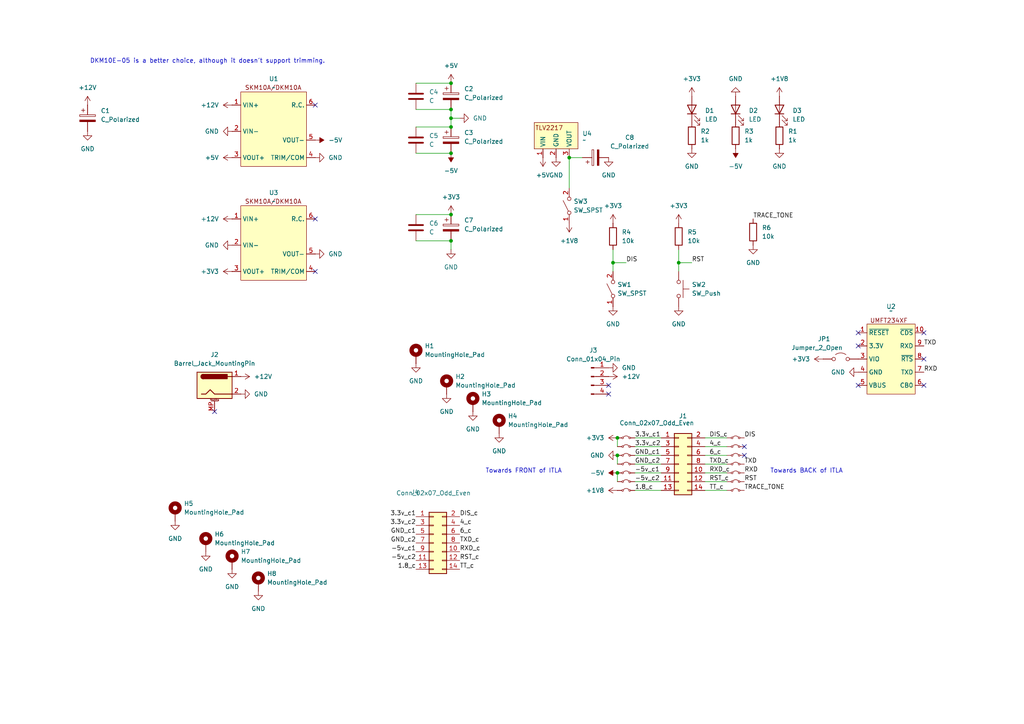
<source format=kicad_sch>
(kicad_sch (version 20231120) (generator "eeschema") (generator_version "8.0")
  (paper "A4")
  (lib_symbols
    (symbol "Connector:Barrel_Jack_MountingPin" (pin_names hide)
      (property "Reference" "J" (at 0 5.334 0))
      (property "Value" "Barrel_Jack_MountingPin" (at 1.27 -6.35 0))
      (symbol "Barrel_Jack_MountingPin_0_1"
        (rectangle (start -5.08 3.81) (end 5.08 -3.81) (stroke (width 0.254)) (fill (type background)))
        (arc (start -3.302 3.175) (mid -3.9343 2.54) (end -3.302 1.905) (stroke (width 0.254)))
        (arc (start -3.302 3.175) (mid -3.9343 2.54) (end -3.302 1.905) (stroke (width 0.254)) (fill (type outline)))
        (polyline (pts (xy 5.08 2.54) (xy 3.81 2.54)) (stroke (width 0.254)))
        (polyline (pts (xy -3.81 -2.54) (xy -2.54 -2.54) (xy -1.27 -1.27) (xy 0 -2.54) (xy 2.54 -2.54) (xy 5.08 -2.54)) (stroke (width 0.254)))
        (rectangle (start 3.683 3.175) (end -3.302 1.905) (stroke (width 0.254)) (fill (type outline)))
      )
      (symbol "Barrel_Jack_MountingPin_1_1"
        (polyline (pts (xy -1.016 -4.572) (xy 1.016 -4.572)) (stroke (width 0.1524)))
        (text "Mounting" (at 0 -4.191 0) (effects (font (size 0.381 0.381))))
        (pin passive line (at 7.62 2.54 180) (length 2.54) (name "~") (number "1"))
        (pin passive line (at 7.62 -2.54 180) (length 2.54) (name "~") (number "2"))
        (pin passive line (at 0 -7.62 90) (length 3.048) (name "MountPin") (number "MP"))
      )
    )
    (symbol "Connector:Conn_01x04_Pin" (pin_names (offset 1.016) hide)
      (property "Reference" "J" (at 0 5.08 0))
      (property "Value" "Conn_01x04_Pin" (at 0 -7.62 0))
      (symbol "Conn_01x04_Pin_1_1"
        (polyline (pts (xy 1.27 -5.08) (xy 0.8636 -5.08)) (stroke (width 0.1524)))
        (polyline (pts (xy 1.27 -2.54) (xy 0.8636 -2.54)) (stroke (width 0.1524)))
        (polyline (pts (xy 1.27 0) (xy 0.8636 0)) (stroke (width 0.1524)))
        (polyline (pts (xy 1.27 2.54) (xy 0.8636 2.54)) (stroke (width 0.1524)))
        (rectangle (start 0.8636 -4.953) (end 0 -5.207) (stroke (width 0.1524)) (fill (type outline)))
        (rectangle (start 0.8636 -2.413) (end 0 -2.667) (stroke (width 0.1524)) (fill (type outline)))
        (rectangle (start 0.8636 0.127) (end 0 -0.127) (stroke (width 0.1524)) (fill (type outline)))
        (rectangle (start 0.8636 2.667) (end 0 2.413) (stroke (width 0.1524)) (fill (type outline)))
        (pin passive line (at 5.08 2.54 180) (length 3.81) (name "Pin_1") (number "1"))
        (pin passive line (at 5.08 0 180) (length 3.81) (name "Pin_2") (number "2"))
        (pin passive line (at 5.08 -2.54 180) (length 3.81) (name "Pin_3") (number "3"))
        (pin passive line (at 5.08 -5.08 180) (length 3.81) (name "Pin_4") (number "4"))
      )
    )
    (symbol "Connector_Generic:Conn_02x07_Odd_Even" (pin_names (offset 1.016) hide)
      (property "Reference" "J" (at 1.27 10.16 0))
      (property "Value" "Conn_02x07_Odd_Even" (at 1.27 -10.16 0))
      (symbol "Conn_02x07_Odd_Even_1_1"
        (rectangle (start -1.27 -7.493) (end 0 -7.747) (stroke (width 0.1524)))
        (rectangle (start -1.27 -4.953) (end 0 -5.207) (stroke (width 0.1524)))
        (rectangle (start -1.27 -2.413) (end 0 -2.667) (stroke (width 0.1524)))
        (rectangle (start -1.27 0.127) (end 0 -0.127) (stroke (width 0.1524)))
        (rectangle (start -1.27 2.667) (end 0 2.413) (stroke (width 0.1524)))
        (rectangle (start -1.27 5.207) (end 0 4.953) (stroke (width 0.1524)))
        (rectangle (start -1.27 7.747) (end 0 7.493) (stroke (width 0.1524)))
        (rectangle (start -1.27 8.89) (end 3.81 -8.89) (stroke (width 0.254)) (fill (type background)))
        (rectangle (start 3.81 -7.493) (end 2.54 -7.747) (stroke (width 0.1524)))
        (rectangle (start 3.81 -4.953) (end 2.54 -5.207) (stroke (width 0.1524)))
        (rectangle (start 3.81 -2.413) (end 2.54 -2.667) (stroke (width 0.1524)))
        (rectangle (start 3.81 0.127) (end 2.54 -0.127) (stroke (width 0.1524)))
        (rectangle (start 3.81 2.667) (end 2.54 2.413) (stroke (width 0.1524)))
        (rectangle (start 3.81 5.207) (end 2.54 4.953) (stroke (width 0.1524)))
        (rectangle (start 3.81 7.747) (end 2.54 7.493) (stroke (width 0.1524)))
        (pin passive line (at -5.08 7.62 0) (length 3.81) (name "Pin_1") (number "1"))
        (pin passive line (at 7.62 -2.54 180) (length 3.81) (name "Pin_10") (number "10"))
        (pin passive line (at -5.08 -5.08 0) (length 3.81) (name "Pin_11") (number "11"))
        (pin passive line (at 7.62 -5.08 180) (length 3.81) (name "Pin_12") (number "12"))
        (pin passive line (at -5.08 -7.62 0) (length 3.81) (name "Pin_13") (number "13"))
        (pin passive line (at 7.62 -7.62 180) (length 3.81) (name "Pin_14") (number "14"))
        (pin passive line (at 7.62 7.62 180) (length 3.81) (name "Pin_2") (number "2"))
        (pin passive line (at -5.08 5.08 0) (length 3.81) (name "Pin_3") (number "3"))
        (pin passive line (at 7.62 5.08 180) (length 3.81) (name "Pin_4") (number "4"))
        (pin passive line (at -5.08 2.54 0) (length 3.81) (name "Pin_5") (number "5"))
        (pin passive line (at 7.62 2.54 180) (length 3.81) (name "Pin_6") (number "6"))
        (pin passive line (at -5.08 0 0) (length 3.81) (name "Pin_7") (number "7"))
        (pin passive line (at 7.62 0 180) (length 3.81) (name "Pin_8") (number "8"))
        (pin passive line (at -5.08 -2.54 0) (length 3.81) (name "Pin_9") (number "9"))
      )
    )
    (symbol "Device:C" (pin_numbers hide) (pin_names (offset 0.254))
      (property "Reference" "C" (at 0.635 2.54 0))
      (property "Value" "C" (at 0.635 -2.54 0))
      (symbol "C_0_1"
        (polyline (pts (xy -2.032 -0.762) (xy 2.032 -0.762)) (stroke (width 0.508)))
        (polyline (pts (xy -2.032 0.762) (xy 2.032 0.762)) (stroke (width 0.508)))
      )
      (symbol "C_1_1"
        (pin passive line (at 0 3.81 270) (length 2.794) (name "~") (number "1"))
        (pin passive line (at 0 -3.81 90) (length 2.794) (name "~") (number "2"))
      )
    )
    (symbol "Device:C_Polarized" (pin_numbers hide) (pin_names (offset 0.254))
      (property "Reference" "C" (at 0.635 2.54 0))
      (property "Value" "C_Polarized" (at 0.635 -2.54 0))
      (symbol "C_Polarized_0_1"
        (rectangle (start -2.286 0.508) (end 2.286 1.016))
        (polyline (pts (xy -1.778 2.286) (xy -0.762 2.286)))
        (polyline (pts (xy -1.27 2.794) (xy -1.27 1.778)))
        (rectangle (start 2.286 -0.508) (end -2.286 -1.016) (fill (type outline)))
      )
      (symbol "C_Polarized_1_1"
        (pin passive line (at 0 3.81 270) (length 2.794) (name "~") (number "1"))
        (pin passive line (at 0 -3.81 90) (length 2.794) (name "~") (number "2"))
      )
    )
    (symbol "Device:LED" (pin_numbers hide) (pin_names (offset 1.016) hide)
      (property "Reference" "D" (at 0 2.54 0))
      (property "Value" "LED" (at 0 -2.54 0))
      (symbol "LED_0_1"
        (polyline (pts (xy -1.27 -1.27) (xy -1.27 1.27)) (stroke (width 0.254)))
        (polyline (pts (xy -1.27 0) (xy 1.27 0)))
        (polyline (pts (xy 1.27 -1.27) (xy 1.27 1.27) (xy -1.27 0) (xy 1.27 -1.27)) (stroke (width 0.254)))
        (polyline (pts (xy -3.048 -0.762) (xy -4.572 -2.286) (xy -3.81 -2.286) (xy -4.572 -2.286) (xy -4.572 -1.524)))
        (polyline (pts (xy -1.778 -0.762) (xy -3.302 -2.286) (xy -2.54 -2.286) (xy -3.302 -2.286) (xy -3.302 -1.524)))
      )
      (symbol "LED_1_1"
        (pin passive line (at -3.81 0 0) (length 2.54) (name "K") (number "1"))
        (pin passive line (at 3.81 0 180) (length 2.54) (name "A") (number "2"))
      )
    )
    (symbol "Device:R" (pin_numbers hide) (pin_names (offset 0))
      (property "Reference" "R" (at 2.032 0 90))
      (property "Value" "R" (at 0 0 90))
      (symbol "R_0_1"
        (rectangle (start -1.016 -2.54) (end 1.016 2.54) (stroke (width 0.254)))
      )
      (symbol "R_1_1"
        (pin passive line (at 0 3.81 270) (length 1.27) (name "~") (number "1"))
        (pin passive line (at 0 -3.81 90) (length 1.27) (name "~") (number "2"))
      )
    )
    (symbol "Jumper:Jumper_2_Open" (pin_numbers hide) (pin_names (offset 0) hide) (exclude_from_sim yes)
      (property "Reference" "JP" (at 0 2.794 0))
      (property "Value" "Jumper_2_Open" (at 0 -2.286 0))
      (symbol "Jumper_2_Open_0_0"
        (circle (center -2.032 0) (radius 0.508))
        (circle (center 2.032 0) (radius 0.508))
      )
      (symbol "Jumper_2_Open_0_1"
        (arc (start 1.524 1.27) (mid 0 1.778) (end -1.524 1.27))
      )
      (symbol "Jumper_2_Open_1_1"
        (pin passive line (at -5.08 0 0) (length 2.54) (name "A") (number "1"))
        (pin passive line (at 5.08 0 180) (length 2.54) (name "B") (number "2"))
      )
    )
    (symbol "Jumper:Jumper_2_Small_Bridged" (pin_numbers hide) (pin_names (offset 0) hide) (exclude_from_sim yes)
      (property "Reference" "JP" (at 0 2.032 0))
      (property "Value" "Jumper_2_Small_Bridged" (at 0 -2.286 0))
      (symbol "Jumper_2_Small_Bridged_0_0"
        (circle (center -1.016 0) (radius 0.254))
        (circle (center 1.016 0) (radius 0.254))
      )
      (symbol "Jumper_2_Small_Bridged_0_1"
        (arc (start 0.762 0.254) (mid 0 0.5696) (end -0.762 0.254))
      )
      (symbol "Jumper_2_Small_Bridged_1_1"
        (pin passive line (at -2.54 0 0) (length 1.27) (name "A") (number "1"))
        (pin passive line (at 2.54 0 180) (length 1.27) (name "B") (number "2"))
      )
    )
    (symbol "Mechanical:MountingHole_Pad" (pin_numbers hide) (pin_names (offset 1.016) hide) (exclude_from_sim yes) (in_bom no)
      (property "Reference" "H" (at 0 6.35 0))
      (property "Value" "MountingHole_Pad" (at 0 4.445 0))
      (symbol "MountingHole_Pad_0_1"
        (circle (center 0 1.27) (radius 1.27) (stroke (width 1.27)))
      )
      (symbol "MountingHole_Pad_1_1"
        (pin input line (at 0 -2.54 90) (length 2.54) (name "1") (number "1"))
      )
    )
    (symbol "Switch:SW_Push" (pin_numbers hide) (pin_names (offset 1.016) hide)
      (property "Reference" "SW" (at 1.27 2.54 0))
      (property "Value" "SW_Push" (at 0 -1.524 0))
      (symbol "SW_Push_0_1"
        (circle (center -2.032 0) (radius 0.508))
        (polyline (pts (xy 0 1.27) (xy 0 3.048)))
        (polyline (pts (xy 2.54 1.27) (xy -2.54 1.27)))
        (circle (center 2.032 0) (radius 0.508))
        (pin passive line (at -5.08 0 0) (length 2.54) (name "1") (number "1"))
        (pin passive line (at 5.08 0 180) (length 2.54) (name "2") (number "2"))
      )
    )
    (symbol "Switch:SW_SPST" (pin_names (offset 0) hide)
      (property "Reference" "SW" (at 0 3.175 0))
      (property "Value" "SW_SPST" (at 0 -2.54 0))
      (symbol "SW_SPST_0_0"
        (circle (center -2.032 0) (radius 0.508))
        (polyline (pts (xy -1.524 0.254) (xy 1.524 1.778)))
        (circle (center 2.032 0) (radius 0.508))
      )
      (symbol "SW_SPST_1_1"
        (pin passive line (at -5.08 0 0) (length 2.54) (name "A") (number "1"))
        (pin passive line (at 5.08 0 180) (length 2.54) (name "B") (number "2"))
      )
    )
    (symbol "power:+12V" (power) (pin_numbers hide) (pin_names (offset 0) hide)
      (property "Value" "+12V" (at 0 3.556 0))
      (symbol "+12V_0_1"
        (polyline (pts (xy -0.762 1.27) (xy 0 2.54)))
        (polyline (pts (xy 0 0) (xy 0 2.54)))
        (polyline (pts (xy 0 2.54) (xy 0.762 1.27)))
      )
      (symbol "+12V_1_1"
        (pin power_in line (at 0 0 90) (length 0) (name "~") (number "1"))
      )
    )
    (symbol "power:+1V8" (power) (pin_numbers hide) (pin_names (offset 0) hide)
      (property "Value" "+1V8" (at 0 3.556 0))
      (symbol "+1V8_0_1"
        (polyline (pts (xy -0.762 1.27) (xy 0 2.54)))
        (polyline (pts (xy 0 0) (xy 0 2.54)))
        (polyline (pts (xy 0 2.54) (xy 0.762 1.27)))
      )
      (symbol "+1V8_1_1"
        (pin power_in line (at 0 0 90) (length 0) (name "~") (number "1"))
      )
    )
    (symbol "power:+3V3" (power) (pin_numbers hide) (pin_names (offset 0) hide)
      (property "Value" "+3V3" (at 0 3.556 0))
      (symbol "+3V3_0_1"
        (polyline (pts (xy -0.762 1.27) (xy 0 2.54)))
        (polyline (pts (xy 0 0) (xy 0 2.54)))
        (polyline (pts (xy 0 2.54) (xy 0.762 1.27)))
      )
      (symbol "+3V3_1_1"
        (pin power_in line (at 0 0 90) (length 0) (name "~") (number "1"))
      )
    )
    (symbol "power:+5V" (power) (pin_numbers hide) (pin_names (offset 0) hide)
      (property "Value" "+5V" (at 0 3.556 0))
      (symbol "+5V_0_1"
        (polyline (pts (xy -0.762 1.27) (xy 0 2.54)))
        (polyline (pts (xy 0 0) (xy 0 2.54)))
        (polyline (pts (xy 0 2.54) (xy 0.762 1.27)))
      )
      (symbol "+5V_1_1"
        (pin power_in line (at 0 0 90) (length 0) (name "~") (number "1"))
      )
    )
    (symbol "power:-5V" (power) (pin_numbers hide) (pin_names (offset 0) hide)
      (property "Value" "-5V" (at 0 3.556 0))
      (symbol "-5V_0_0"
        (pin power_in line (at 0 0 90) (length 0) (name "~") (number "1"))
      )
      (symbol "-5V_0_1"
        (polyline (pts (xy 0 0) (xy 0 1.27) (xy 0.762 1.27) (xy 0 2.54) (xy -0.762 1.27) (xy 0 1.27)) (fill (type outline)))
      )
    )
    (symbol "power:GND" (power) (pin_numbers hide) (pin_names (offset 0) hide)
      (property "Value" "GND" (at 0 -3.81 0))
      (symbol "GND_0_1"
        (polyline (pts (xy 0 0) (xy 0 -1.27) (xy 1.27 -1.27) (xy 0 -2.54) (xy -1.27 -1.27) (xy 0 -1.27)))
      )
      (symbol "GND_1_1"
        (pin power_in line (at 0 0 270) (length 0) (name "~") (number "1"))
      )
    )
    (symbol "powersupplies:SKM10A-03"
      (property "Reference" "U" (at -0.762 12.7 0))
      (symbol "SKM10A-03_1_1"
        (rectangle (start -10.16 8.89) (end 8.89 -12.7) (fill (type background)))
        (text "SKM10A/DKM10A" (at -0.762 10.16 0) (effects (font (size 1.27 1.27))))
        (pin input line (at -12.7 5.08 0) (length 2.54) (name "VIN+") (number "1"))
        (pin input line (at -12.7 -2.54 0) (length 2.54) (name "VIN-") (number "2"))
        (pin input line (at -12.7 -10.16 0) (length 2.54) (name "VOUT+") (number "3"))
        (pin input line (at 11.43 -10.16 180) (length 2.54) (name "TRIM/COM") (number "4"))
        (pin input line (at 11.43 -5.08 180) (length 2.54) (name "VOUT-") (number "5"))
        (pin input line (at 11.43 5.08 180) (length 2.54) (name "R.C.") (number "6"))
      )
    )
    (symbol "powersupplies:TLV2217"
      (property "Reference" "U" (at 0 6.858 0))
      (symbol "TLV2217_1_1"
        (rectangle (start -6.35 5.08) (end 6.35 -2.54) (fill (type background)))
        (text "TLV2217" (at -2.032 3.556 0) (effects (font (size 1.27 1.27))))
        (pin input line (at -3.81 -5.08 90) (length 2.54) (name "VIN") (number "1"))
        (pin input line (at 0 -5.08 90) (length 2.54) (name "GND") (number "2"))
        (pin input line (at 3.81 -5.08 90) (length 2.54) (name "VOUT") (number "3"))
      )
    )
    (symbol "powersupplies:UMFT234XF"
      (property "Reference" "U" (at 0 20.828 0))
      (symbol "UMFT234XF_1_1"
        (rectangle (start -6.35 17.78) (end 7.62 -2.54) (fill (type background)))
        (text "UMFT234XF" (at 0 18.796 0) (effects (font (size 1.27 1.27))))
        (pin input line (at -8.89 15.24 0) (length 2.54) (name "~{RESET}") (number "1"))
        (pin output line (at 10.16 15.24 180) (length 2.54) (name "~{CDS}") (number "10"))
        (pin power_out line (at -8.89 11.43 0) (length 2.54) (name "3.3V") (number "2"))
        (pin input line (at -8.89 7.62 0) (length 2.54) (name "VIO") (number "3"))
        (pin power_in line (at -8.89 3.81 0) (length 2.54) (name "GND") (number "4"))
        (pin power_out line (at -8.89 0 0) (length 2.54) (name "VBUS") (number "5"))
        (pin bidirectional line (at 10.16 0 180) (length 2.54) (name "CB0") (number "6"))
        (pin output line (at 10.16 3.81 180) (length 2.54) (name "TXD") (number "7"))
        (pin output line (at 10.16 7.62 180) (length 2.54) (name "~{RTS}") (number "8"))
        (pin input line (at 10.16 11.43 180) (length 2.54) (name "RXD") (number "9"))
      )
    )
  )
  (junction (at 130.81 31.75))
  (junction (at 130.81 62.23))
  (junction (at 130.81 34.29))
  (junction (at 196.85 76.2))
  (junction (at 177.8 76.2))
  (junction (at 130.81 24.13))
  (junction (at 130.81 44.45))
  (junction (at 179.07 132.08))
  (junction (at 130.81 36.83))
  (junction (at 165.1 45.72))
  (junction (at 130.81 69.85))
  (junction (at 179.07 127))
  (junction (at 179.07 137.16))
  (no_connect (at 215.9 129.54))
  (no_connect (at 91.44 63.5))
  (no_connect (at 176.53 111.76))
  (no_connect (at 62.23 119.38))
  (no_connect (at 267.97 104.14))
  (no_connect (at 248.92 111.76))
  (no_connect (at 267.97 96.52))
  (no_connect (at 215.9 132.08))
  (no_connect (at 91.44 30.48))
  (no_connect (at 248.92 96.52))
  (no_connect (at 176.53 114.3))
  (no_connect (at 248.92 100.33))
  (no_connect (at 267.97 111.76))
  (no_connect (at 91.44 78.74))
  (wire (pts (xy 191.77 129.54) (xy 184.15 129.54)))
  (wire (pts (xy 120.65 24.13) (xy 130.81 24.13)))
  (wire (pts (xy 210.82 142.24) (xy 204.47 142.24)))
  (wire (pts (xy 191.77 139.7) (xy 184.15 139.7)))
  (wire (pts (xy 210.82 129.54) (xy 204.47 129.54)))
  (wire (pts (xy 179.07 127) (xy 179.07 129.54)))
  (wire (pts (xy 130.81 69.85) (xy 130.81 72.39)))
  (wire (pts (xy 196.85 76.2) (xy 200.66 76.2)))
  (wire (pts (xy 179.07 132.08) (xy 179.07 134.62)))
  (wire (pts (xy 196.85 78.74) (xy 196.85 76.2)))
  (wire (pts (xy 177.8 78.74) (xy 177.8 76.2)))
  (wire (pts (xy 179.07 137.16) (xy 179.07 139.7)))
  (wire (pts (xy 210.82 134.62) (xy 204.47 134.62)))
  (wire (pts (xy 120.65 31.75) (xy 130.81 31.75)))
  (wire (pts (xy 210.82 137.16) (xy 204.47 137.16)))
  (wire (pts (xy 168.91 45.72) (xy 165.1 45.72)))
  (wire (pts (xy 130.81 34.29) (xy 133.35 34.29)))
  (wire (pts (xy 120.65 62.23) (xy 130.81 62.23)))
  (wire (pts (xy 210.82 127) (xy 204.47 127)))
  (wire (pts (xy 120.65 69.85) (xy 130.81 69.85)))
  (wire (pts (xy 130.81 34.29) (xy 130.81 36.83)))
  (wire (pts (xy 165.1 45.72) (xy 165.1 54.61)))
  (wire (pts (xy 191.77 127) (xy 184.15 127)))
  (wire (pts (xy 191.77 137.16) (xy 184.15 137.16)))
  (wire (pts (xy 210.82 132.08) (xy 204.47 132.08)))
  (wire (pts (xy 210.82 139.7) (xy 204.47 139.7)))
  (wire (pts (xy 191.77 142.24) (xy 184.15 142.24)))
  (wire (pts (xy 177.8 76.2) (xy 181.61 76.2)))
  (wire (pts (xy 177.8 76.2) (xy 177.8 72.39)))
  (wire (pts (xy 196.85 76.2) (xy 196.85 72.39)))
  (wire (pts (xy 120.65 44.45) (xy 130.81 44.45)))
  (wire (pts (xy 130.81 31.75) (xy 130.81 34.29)))
  (wire (pts (xy 120.65 36.83) (xy 130.81 36.83)))
  (wire (pts (xy 191.77 134.62) (xy 184.15 134.62)))
  (wire (pts (xy 191.77 132.08) (xy 184.15 132.08)))
  (text "Towards FRONT of ITLA" (at 151.892 136.652 0) (effects (font (size 1.27 1.27))))
  (text "DKM10E-05 is a better choice, although it doesn't support trimming.\n" (at 60.198 17.78 0) (effects (font (size 1.27 1.27))))
  (text "Towards BACK of ITLA" (at 233.934 136.652 0) (effects (font (size 1.27 1.27))))
  (label "GND_c1" (at 120.65 154.94 180))
  (label "GND_c2" (at 120.65 157.48 180))
  (label "RXD" (at 215.9 137.16 0))
  (label "TXD_c" (at 133.35 157.48 0))
  (label "TRACE_TONE" (at 218.44 63.5 0))
  (label "TT_c" (at 133.35 165.1 0))
  (label "TRACE_TONE" (at 215.9 142.24 0))
  (label "-5v_c2" (at 120.65 162.56 180))
  (label "3.3v_c2" (at 184.15 129.54 0))
  (label "DIS_c" (at 133.35 149.86 0))
  (label "6_c" (at 205.74 132.08 0))
  (label "-5v_c2" (at 184.15 139.7 0))
  (label "4_c" (at 133.35 152.4 0))
  (label "RXD_c" (at 133.35 160.02 0))
  (label "TT_c" (at 205.74 142.24 0))
  (label "RST_c" (at 133.35 162.56 0))
  (label "3.3v_c1" (at 120.65 149.86 180))
  (label "DIS" (at 181.61 76.2 0))
  (label "6_c" (at 133.35 154.94 0))
  (label "GND_c1" (at 184.15 132.08 0))
  (label "3.3v_c1" (at 184.15 127 0))
  (label "-5v_c1" (at 120.65 160.02 180))
  (label "1.8_c" (at 184.15 142.24 0))
  (label "1.8_c" (at 120.65 165.1 180))
  (label "TXD" (at 215.9 134.62 0))
  (label "3.3v_c2" (at 120.65 152.4 180))
  (label "RXD" (at 267.97 107.95 0))
  (label "RXD_c" (at 205.74 137.16 0))
  (label "4_c" (at 205.74 129.54 0))
  (label "RST_c" (at 205.74 139.7 0))
  (label "DIS_c" (at 205.74 127 0))
  (label "RST" (at 215.9 139.7 0))
  (label "RST" (at 200.66 76.2 0))
  (label "DIS" (at 215.9 127 0))
  (label "-5v_c1" (at 184.15 137.16 0))
  (label "TXD" (at 267.97 100.33 0))
  (label "GND_c2" (at 184.15 134.62 0))
  (label "TXD_c" (at 205.74 134.62 0))
  (symbol (lib_id "power:GND") (at 129.54 114.3 0) (unit 1)
    (property "Reference" "#PWR035" (effects (hide yes)))
    (property "Value" "GND" (at 129.54 119.38 0))
    (property "Description" "Power symbol creates a global label with name \"GND\" , ground" (effects (hide yes)))
  )
  (symbol (lib_id "power:-5V") (at 130.81 44.45 180) (unit 1)
    (property "Reference" "#PWR010" (effects (hide yes)))
    (property "Value" "-5V" (at 130.81 49.53 0))
    (property "Description" "Power symbol creates a global label with name \"-5V\"" (effects (hide yes)))
  )
  (symbol (lib_id "power:GND") (at 218.44 71.12 0) (unit 1)
    (property "Reference" "#PWR029" (effects (hide yes)))
    (property "Value" "GND" (at 218.44 76.2 0))
    (property "Description" "Power symbol creates a global label with name \"GND\" , ground" (effects (hide yes)))
  )
  (symbol (lib_id "power:+3V3") (at 179.07 127 90) (unit 1)
    (property "Reference" "#PWR026" (effects (hide yes)))
    (property "Value" "+3V3" (at 175.26 126.9999 90) (effects (justify left)))
    (property "Description" "Power symbol creates a global label with name \"+3V3\"" (effects (hide yes)))
  )
  (symbol (lib_id "powersupplies:UMFT234XF") (at 257.81 111.76 0) (unit 1)
    (property "Reference" "U2" (at 258.445 88.9 0))
    (property "Value" "~" (at 258.445 90.17 0))
    (property "Footprint" "SKM10:UMFT234XF" (effects (hide yes)))
  )
  (symbol (lib_id "Jumper:Jumper_2_Small_Bridged") (at 181.61 134.62 0) (unit 1) (exclude_from_sim yes)
    (property "Reference" "JP12" (effects (hide yes)))
    (property "Value" "Jumper_2_Small_Bridged" (effects (hide yes)))
    (property "Footprint" "Jumper:SolderJumper-2_P1.3mm_Bridged_Pad1.0x1.5mm" (effects (hide yes)))
    (property "Description" "Jumper, 2-pole, small symbol, bridged" (effects (hide yes)))
  )
  (symbol (lib_id "Device:C_Polarized") (at 130.81 66.04 0) (unit 1)
    (property "Reference" "C7" (at 134.62 63.8809 0) (effects (justify left)))
    (property "Value" "C_Polarized" (at 134.62 66.4209 0) (effects (justify left)))
    (property "Footprint" "Capacitor_THT:CP_Radial_D12.5mm_P5.00mm" (effects (hide yes)))
    (property "Description" "Polarized capacitor" (effects (hide yes)))
  )
  (symbol (lib_id "powersupplies:TLV2217") (at 161.29 40.64 0) (unit 1)
    (property "Reference" "U4" (at 168.91 38.7349 0) (effects (justify left)))
    (property "Value" "~" (at 168.91 40.64 0) (effects (justify left)))
    (property "Footprint" "Package_TO_SOT_THT:TO-220-3_Vertical" (effects (hide yes)))
  )
  (symbol (lib_id "power:GND") (at 50.8 151.13 0) (unit 1)
    (property "Reference" "#PWR08" (effects (hide yes)))
    (property "Value" "GND" (at 50.8 156.21 0))
    (property "Description" "Power symbol creates a global label with name \"GND\" , ground" (effects (hide yes)))
  )
  (symbol (lib_id "power:GND") (at 161.29 45.72 0) (unit 1)
    (property "Reference" "#PWR043" (effects (hide yes)))
    (property "Value" "GND" (at 161.29 50.8 0))
    (property "Description" "Power symbol creates a global label with name \"GND\" , ground" (effects (hide yes)))
  )
  (symbol (lib_id "Connector:Conn_01x04_Pin") (at 171.45 109.22 0) (unit 1)
    (property "Reference" "J3" (at 172.085 101.6 0))
    (property "Value" "Conn_01x04_Pin" (at 172.085 104.14 0))
    (property "Footprint" "Connector_PinHeader_2.54mm:PinHeader_1x04_P2.54mm_Vertical" (effects (hide yes)))
    (property "Description" "Generic connector, single row, 01x04, script generated" (effects (hide yes)))
  )
  (symbol (lib_id "power:-5V") (at 179.07 137.16 90) (unit 1)
    (property "Reference" "#PWR028" (effects (hide yes)))
    (property "Value" "-5V" (at 175.26 137.1599 90) (effects (justify left)))
    (property "Description" "Power symbol creates a global label with name \"-5V\"" (effects (hide yes)))
  )
  (symbol (lib_id "Jumper:Jumper_2_Small_Bridged") (at 213.36 134.62 0) (unit 1) (exclude_from_sim yes)
    (property "Reference" "JP3" (effects (hide yes)))
    (property "Value" "Jumper_2_Small_Bridged" (effects (hide yes)))
    (property "Footprint" "Jumper:SolderJumper-2_P1.3mm_Bridged_Pad1.0x1.5mm" (effects (hide yes)))
    (property "Description" "Jumper, 2-pole, small symbol, bridged" (effects (hide yes)))
  )
  (symbol (lib_id "power:GND") (at 144.78 125.73 0) (unit 1)
    (property "Reference" "#PWR037" (effects (hide yes)))
    (property "Value" "GND" (at 144.78 130.81 0))
    (property "Description" "Power symbol creates a global label with name \"GND\" , ground" (effects (hide yes)))
  )
  (symbol (lib_id "Switch:SW_SPST") (at 165.1 59.69 90) (unit 1)
    (property "Reference" "SW3" (at 166.37 58.4199 90) (effects (justify right)))
    (property "Value" "SW_SPST" (at 166.37 60.9599 90) (effects (justify right)))
    (property "Footprint" "Button_Switch_THT:SW_E-Switch_EG1271_SPDT" (effects (hide yes)))
    (property "Description" "Single Pole Single Throw (SPST) switch" (effects (hide yes)))
  )
  (symbol (lib_id "powersupplies:SKM10A-03") (at 80.01 35.56 0) (unit 1)
    (property "Reference" "U1" (at 79.375 22.86 0))
    (property "Value" "~" (at 79.375 25.4 0))
    (property "Footprint" "SKM10:SKM10" (effects (hide yes)))
  )
  (symbol (lib_id "Jumper:Jumper_2_Small_Bridged") (at 213.36 129.54 0) (unit 1) (exclude_from_sim yes)
    (property "Reference" "JP7" (effects (hide yes)))
    (property "Value" "Jumper_2_Small_Bridged" (effects (hide yes)))
    (property "Footprint" "Jumper:SolderJumper-2_P1.3mm_Bridged_Pad1.0x1.5mm" (effects (hide yes)))
    (property "Description" "Jumper, 2-pole, small symbol, bridged" (effects (hide yes)))
  )
  (symbol (lib_id "Device:R") (at 200.66 39.37 0) (unit 1)
    (property "Reference" "R2" (at 203.2 38.0999 0) (effects (justify left)))
    (property "Value" "1k" (at 203.2 40.6399 0) (effects (justify left)))
    (property "Footprint" "Resistor_THT:R_Axial_DIN0207_L6.3mm_D2.5mm_P7.62mm_Horizontal" (effects (hide yes)))
    (property "Description" "Resistor" (effects (hide yes)))
  )
  (symbol (lib_id "power:GND") (at 179.07 132.08 270) (unit 1)
    (property "Reference" "#PWR027" (effects (hide yes)))
    (property "Value" "GND" (at 175.26 132.0799 90) (effects (justify right)))
    (property "Description" "Power symbol creates a global label with name \"GND\" , ground" (effects (hide yes)))
  )
  (symbol (lib_id "Device:R") (at 226.06 39.37 0) (unit 1)
    (property "Reference" "R1" (at 228.6 38.0999 0) (effects (justify left)))
    (property "Value" "1k" (at 228.6 40.6399 0) (effects (justify left)))
    (property "Footprint" "Resistor_THT:R_Axial_DIN0207_L6.3mm_D2.5mm_P7.62mm_Horizontal" (effects (hide yes)))
    (property "Description" "Resistor" (effects (hide yes)))
  )
  (symbol (lib_id "power:GND") (at 176.53 45.72 0) (unit 1)
    (property "Reference" "#PWR041" (effects (hide yes)))
    (property "Value" "GND" (at 176.53 50.8 0))
    (property "Description" "Power symbol creates a global label with name \"GND\" , ground" (effects (hide yes)))
  )
  (symbol (lib_id "Jumper:Jumper_2_Small_Bridged") (at 213.36 132.08 0) (unit 1) (exclude_from_sim yes)
    (property "Reference" "JP8" (effects (hide yes)))
    (property "Value" "Jumper_2_Small_Bridged" (effects (hide yes)))
    (property "Footprint" "Jumper:SolderJumper-2_P1.3mm_Bridged_Pad1.0x1.5mm" (effects (hide yes)))
    (property "Description" "Jumper, 2-pole, small symbol, bridged" (effects (hide yes)))
  )
  (symbol (lib_id "power:GND") (at 67.31 71.12 270) (unit 1)
    (property "Reference" "#PWR017" (effects (hide yes)))
    (property "Value" "GND" (at 63.5 71.1199 90) (effects (justify right)))
    (property "Description" "Power symbol creates a global label with name \"GND\" , ground" (effects (hide yes)))
  )
  (symbol (lib_id "Device:C") (at 120.65 40.64 0) (unit 1)
    (property "Reference" "C5" (at 124.46 39.3699 0) (effects (justify left)))
    (property "Value" "C" (at 124.46 41.9099 0) (effects (justify left)))
    (property "Footprint" "Capacitor_THT:C_Disc_D10.0mm_W2.5mm_P5.00mm" (effects (hide yes)))
    (property "Description" "Unpolarized capacitor" (effects (hide yes)))
  )
  (symbol (lib_id "Device:R") (at 177.8 68.58 0) (unit 1)
    (property "Reference" "R4" (at 180.34 67.3099 0) (effects (justify left)))
    (property "Value" "10k" (at 180.34 69.8499 0) (effects (justify left)))
    (property "Footprint" "Resistor_THT:R_Axial_DIN0207_L6.3mm_D2.5mm_P7.62mm_Horizontal" (effects (hide yes)))
    (property "Description" "Resistor" (effects (hide yes)))
  )
  (symbol (lib_id "power:GND") (at 25.4 38.1 0) (unit 1)
    (property "Reference" "#PWR02" (effects (hide yes)))
    (property "Value" "GND" (at 25.4 43.18 0))
    (property "Description" "Power symbol creates a global label with name \"GND\" , ground" (effects (hide yes)))
  )
  (symbol (lib_id "power:+3V3") (at 238.76 104.14 90) (unit 1)
    (property "Reference" "#PWR031" (effects (hide yes)))
    (property "Value" "+3V3" (at 234.95 104.1399 90) (effects (justify left)))
    (property "Description" "Power symbol creates a global label with name \"+3V3\"" (effects (hide yes)))
  )
  (symbol (lib_id "Jumper:Jumper_2_Small_Bridged") (at 181.61 137.16 0) (unit 1) (exclude_from_sim yes)
    (property "Reference" "JP13" (effects (hide yes)))
    (property "Value" "Jumper_2_Small_Bridged" (effects (hide yes)))
    (property "Footprint" "Jumper:SolderJumper-2_P1.3mm_Bridged_Pad1.0x1.5mm" (effects (hide yes)))
    (property "Description" "Jumper, 2-pole, small symbol, bridged" (effects (hide yes)))
  )
  (symbol (lib_id "Jumper:Jumper_2_Small_Bridged") (at 181.61 127 0) (unit 1) (exclude_from_sim yes)
    (property "Reference" "JP9" (effects (hide yes)))
    (property "Value" "Jumper_2_Small_Bridged" (effects (hide yes)))
    (property "Footprint" "Jumper:SolderJumper-2_P1.3mm_Bridged_Pad1.0x1.5mm" (effects (hide yes)))
    (property "Description" "Jumper, 2-pole, small symbol, bridged" (effects (hide yes)))
  )
  (symbol (lib_id "power:GND") (at 91.44 45.72 90) (unit 1)
    (property "Reference" "#PWR05" (effects (hide yes)))
    (property "Value" "GND" (at 95.25 45.7199 90) (effects (justify right)))
    (property "Description" "Power symbol creates a global label with name \"GND\" , ground" (effects (hide yes)))
  )
  (symbol (lib_id "Switch:SW_SPST") (at 177.8 83.82 90) (unit 1)
    (property "Reference" "SW1" (at 179.07 82.5499 90) (effects (justify right)))
    (property "Value" "SW_SPST" (at 179.07 85.0899 90) (effects (justify right)))
    (property "Footprint" "Button_Switch_THT:SW_E-Switch_EG1271_SPDT" (effects (hide yes)))
    (property "Description" "Single Pole Single Throw (SPST) switch" (effects (hide yes)))
  )
  (symbol (lib_id "Device:C") (at 120.65 27.94 0) (unit 1)
    (property "Reference" "C4" (at 124.46 26.6699 0) (effects (justify left)))
    (property "Value" "C" (at 124.46 29.2099 0) (effects (justify left)))
    (property "Footprint" "Capacitor_THT:C_Disc_D10.0mm_W2.5mm_P5.00mm" (effects (hide yes)))
    (property "Description" "Unpolarized capacitor" (effects (hide yes)))
  )
  (symbol (lib_id "Jumper:Jumper_2_Small_Bridged") (at 181.61 132.08 0) (unit 1) (exclude_from_sim yes)
    (property "Reference" "JP11" (effects (hide yes)))
    (property "Value" "Jumper_2_Small_Bridged" (effects (hide yes)))
    (property "Footprint" "Jumper:SolderJumper-2_P1.3mm_Bridged_Pad1.0x1.5mm" (effects (hide yes)))
    (property "Description" "Jumper, 2-pole, small symbol, bridged" (effects (hide yes)))
  )
  (symbol (lib_id "power:+5V") (at 67.31 45.72 90) (unit 1)
    (property "Reference" "#PWR07" (effects (hide yes)))
    (property "Value" "+5V" (at 63.5 45.7199 90) (effects (justify left)))
    (property "Description" "Power symbol creates a global label with name \"+5V\"" (effects (hide yes)))
  )
  (symbol (lib_id "power:GND") (at 213.36 27.94 180) (unit 1)
    (property "Reference" "#PWR013" (effects (hide yes)))
    (property "Value" "GND" (at 213.36 22.86 0))
    (property "Description" "Power symbol creates a global label with name \"GND\" , ground" (effects (hide yes)))
  )
  (symbol (lib_id "Device:C_Polarized") (at 130.81 40.64 0) (unit 1)
    (property "Reference" "C3" (at 134.62 38.4809 0) (effects (justify left)))
    (property "Value" "C_Polarized" (at 134.62 41.0209 0) (effects (justify left)))
    (property "Footprint" "Capacitor_THT:CP_Radial_D12.5mm_P5.00mm" (effects (hide yes)))
    (property "Description" "Polarized capacitor" (effects (hide yes)))
  )
  (symbol (lib_id "power:+3V3") (at 196.85 64.77 0) (unit 1)
    (property "Reference" "#PWR024" (effects (hide yes)))
    (property "Value" "+3V3" (at 196.85 59.69 0))
    (property "Description" "Power symbol creates a global label with name \"+3V3\"" (effects (hide yes)))
  )
  (symbol (lib_id "Mechanical:MountingHole_Pad") (at 120.65 102.87 0) (unit 1) (exclude_from_sim yes) (in_bom no)
    (property "Reference" "H1" (at 123.19 100.3299 0) (effects (justify left)))
    (property "Value" "MountingHole_Pad" (at 123.19 102.8699 0) (effects (justify left)))
    (property "Footprint" "MountingHole:MountingHole_3.2mm_M3_Pad" (effects (hide yes)))
    (property "Description" "Mounting Hole with connection" (effects (hide yes)))
  )
  (symbol (lib_id "power:GND") (at 176.53 106.68 90) (unit 1)
    (property "Reference" "#PWR038" (effects (hide yes)))
    (property "Value" "GND" (at 180.34 106.6799 90) (effects (justify right)))
    (property "Description" "Power symbol creates a global label with name \"GND\" , ground" (effects (hide yes)))
  )
  (symbol (lib_id "power:GND") (at 196.85 88.9 0) (unit 1)
    (property "Reference" "#PWR025" (effects (hide yes)))
    (property "Value" "GND" (at 196.85 93.98 0))
    (property "Description" "Power symbol creates a global label with name \"GND\" , ground" (effects (hide yes)))
  )
  (symbol (lib_id "Mechanical:MountingHole_Pad") (at 137.16 116.84 0) (unit 1) (exclude_from_sim yes) (in_bom no)
    (property "Reference" "H3" (at 139.7 114.2999 0) (effects (justify left)))
    (property "Value" "MountingHole_Pad" (at 139.7 116.8399 0) (effects (justify left)))
    (property "Footprint" "MountingHole:MountingHole_3.2mm_M3_Pad" (effects (hide yes)))
    (property "Description" "Mounting Hole with connection" (effects (hide yes)))
  )
  (symbol (lib_id "Device:C_Polarized") (at 130.81 27.94 0) (unit 1)
    (property "Reference" "C2" (at 134.62 25.7809 0) (effects (justify left)))
    (property "Value" "C_Polarized" (at 134.62 28.3209 0) (effects (justify left)))
    (property "Footprint" "Capacitor_THT:CP_Radial_D12.5mm_P5.00mm" (effects (hide yes)))
    (property "Description" "Polarized capacitor" (effects (hide yes)))
  )
  (symbol (lib_id "power:GND") (at 248.92 107.95 270) (unit 1)
    (property "Reference" "#PWR030" (effects (hide yes)))
    (property "Value" "GND" (at 245.11 107.9499 90) (effects (justify right)))
    (property "Description" "Power symbol creates a global label with name \"GND\" , ground" (effects (hide yes)))
  )
  (symbol (lib_id "power:GND") (at 133.35 34.29 90) (unit 1)
    (property "Reference" "#PWR011" (effects (hide yes)))
    (property "Value" "GND" (at 137.16 34.2899 90) (effects (justify right)))
    (property "Description" "Power symbol creates a global label with name \"GND\" , ground" (effects (hide yes)))
  )
  (symbol (lib_id "Jumper:Jumper_2_Small_Bridged") (at 181.61 129.54 0) (unit 1) (exclude_from_sim yes)
    (property "Reference" "JP10" (effects (hide yes)))
    (property "Value" "Jumper_2_Small_Bridged" (effects (hide yes)))
    (property "Footprint" "Jumper:SolderJumper-2_P1.3mm_Bridged_Pad1.0x1.5mm" (effects (hide yes)))
    (property "Description" "Jumper, 2-pole, small symbol, bridged" (effects (hide yes)))
  )
  (symbol (lib_id "power:GND") (at 69.85 114.3 90) (unit 1)
    (property "Reference" "#PWR033" (effects (hide yes)))
    (property "Value" "GND" (at 73.66 114.2999 90) (effects (justify right)))
    (property "Description" "Power symbol creates a global label with name \"GND\" , ground" (effects (hide yes)))
  )
  (symbol (lib_id "Jumper:Jumper_2_Small_Bridged") (at 181.61 142.24 0) (unit 1) (exclude_from_sim yes)
    (property "Reference" "JP15" (effects (hide yes)))
    (property "Value" "Jumper_2_Small_Bridged" (effects (hide yes)))
    (property "Footprint" "Jumper:SolderJumper-2_P1.3mm_Bridged_Pad1.0x1.5mm" (effects (hide yes)))
    (property "Description" "Jumper, 2-pole, small symbol, bridged" (effects (hide yes)))
  )
  (symbol (lib_id "Jumper:Jumper_2_Small_Bridged") (at 213.36 142.24 0) (unit 1) (exclude_from_sim yes)
    (property "Reference" "JP6" (effects (hide yes)))
    (property "Value" "Jumper_2_Small_Bridged" (effects (hide yes)))
    (property "Footprint" "Jumper:SolderJumper-2_P1.3mm_Bridged_Pad1.0x1.5mm" (effects (hide yes)))
    (property "Description" "Jumper, 2-pole, small symbol, bridged" (effects (hide yes)))
  )
  (symbol (lib_id "Device:LED") (at 226.06 31.75 90) (unit 1)
    (property "Reference" "D3" (at 229.87 32.0674 90) (effects (justify right)))
    (property "Value" "LED" (at 229.87 34.6074 90) (effects (justify right)))
    (property "Footprint" "LED_THT:LED_D5.0mm" (effects (hide yes)))
    (property "Description" "Light emitting diode" (effects (hide yes)))
  )
  (symbol (lib_id "power:GND") (at 67.31 165.1 0) (unit 1)
    (property "Reference" "#PWR046" (effects (hide yes)))
    (property "Value" "GND" (at 67.31 170.18 0))
    (property "Description" "Power symbol creates a global label with name \"GND\" , ground" (effects (hide yes)))
  )
  (symbol (lib_id "power:GND") (at 91.44 73.66 90) (unit 1)
    (property "Reference" "#PWR019" (effects (hide yes)))
    (property "Value" "GND" (at 95.25 73.6599 90) (effects (justify right)))
    (property "Description" "Power symbol creates a global label with name \"GND\" , ground" (effects (hide yes)))
  )
  (symbol (lib_id "power:GND") (at 74.93 171.45 0) (unit 1)
    (property "Reference" "#PWR049" (effects (hide yes)))
    (property "Value" "GND" (at 74.93 176.53 0))
    (property "Description" "Power symbol creates a global label with name \"GND\" , ground" (effects (hide yes)))
  )
  (symbol (lib_id "Mechanical:MountingHole_Pad") (at 59.69 157.48 0) (unit 1) (exclude_from_sim yes) (in_bom no)
    (property "Reference" "H6" (at 62.23 154.9399 0) (effects (justify left)))
    (property "Value" "MountingHole_Pad" (at 62.23 157.4799 0) (effects (justify left)))
    (property "Footprint" "MountingHole:MountingHole_3.2mm_M3_Pad" (effects (hide yes)))
    (property "Description" "Mounting Hole with connection" (effects (hide yes)))
  )
  (symbol (lib_id "Device:LED") (at 213.36 31.75 90) (unit 1)
    (property "Reference" "D2" (at 217.17 32.0674 90) (effects (justify right)))
    (property "Value" "LED" (at 217.17 34.6074 90) (effects (justify right)))
    (property "Footprint" "LED_THT:LED_D5.0mm" (effects (hide yes)))
    (property "Description" "Light emitting diode" (effects (hide yes)))
  )
  (symbol (lib_id "power:-5V") (at 91.44 40.64 270) (unit 1)
    (property "Reference" "#PWR06" (effects (hide yes)))
    (property "Value" "-5V" (at 95.25 40.6399 90) (effects (justify left)))
    (property "Description" "Power symbol creates a global label with name \"-5V\"" (effects (hide yes)))
  )
  (symbol (lib_id "Connector_Generic:Conn_02x07_Odd_Even") (at 196.85 134.62 0) (unit 1)
    (property "Reference" "J1" (at 198.12 120.65 0))
    (property "Value" "Conn_02x07_Odd_Even" (at 190.5 122.682 0))
    (property "Footprint" "Connector_PinHeader_1.00mm:PinHeader_2x07_P1.00mm_Vertical_SMD" (effects (hide yes)))
    (property "Description" "Generic connector, double row, 02x07, odd/even pin numbering scheme (row 1 odd numbers, row 2 even numbers), script generated (kicad-library-utils/schlib/autogen/connector/)" (effects (hide yes)))
  )
  (symbol (lib_id "Mechanical:MountingHole_Pad") (at 67.31 162.56 0) (unit 1) (exclude_from_sim yes) (in_bom no)
    (property "Reference" "H7" (at 69.85 160.0199 0) (effects (justify left)))
    (property "Value" "MountingHole_Pad" (at 69.85 162.5599 0) (effects (justify left)))
    (property "Footprint" "MountingHole:MountingHole_3.2mm_M3_Pad" (effects (hide yes)))
    (property "Description" "Mounting Hole with connection" (effects (hide yes)))
  )
  (symbol (lib_id "power:GND") (at 226.06 43.18 0) (unit 1)
    (property "Reference" "#PWR048" (effects (hide yes)))
    (property "Value" "GND" (at 226.06 48.26 0))
    (property "Description" "Power symbol creates a global label with name \"GND\" , ground" (effects (hide yes)))
  )
  (symbol (lib_id "Jumper:Jumper_2_Small_Bridged") (at 181.61 139.7 0) (unit 1) (exclude_from_sim yes)
    (property "Reference" "JP14" (effects (hide yes)))
    (property "Value" "Jumper_2_Small_Bridged" (effects (hide yes)))
    (property "Footprint" "Jumper:SolderJumper-2_P1.3mm_Bridged_Pad1.0x1.5mm" (effects (hide yes)))
    (property "Description" "Jumper, 2-pole, small symbol, bridged" (effects (hide yes)))
  )
  (symbol (lib_id "Jumper:Jumper_2_Small_Bridged") (at 213.36 137.16 0) (unit 1) (exclude_from_sim yes)
    (property "Reference" "JP4" (effects (hide yes)))
    (property "Value" "Jumper_2_Small_Bridged" (effects (hide yes)))
    (property "Footprint" "Jumper:SolderJumper-2_P1.3mm_Bridged_Pad1.0x1.5mm" (effects (hide yes)))
    (property "Description" "Jumper, 2-pole, small symbol, bridged" (effects (hide yes)))
  )
  (symbol (lib_id "Device:R") (at 213.36 39.37 0) (unit 1)
    (property "Reference" "R3" (at 215.9 38.0999 0) (effects (justify left)))
    (property "Value" "1k" (at 215.9 40.6399 0) (effects (justify left)))
    (property "Footprint" "Resistor_THT:R_Axial_DIN0207_L6.3mm_D2.5mm_P7.62mm_Horizontal" (effects (hide yes)))
    (property "Description" "Resistor" (effects (hide yes)))
  )
  (symbol (lib_id "Device:C_Polarized") (at 172.72 45.72 90) (unit 1)
    (property "Reference" "C8" (at 182.626 39.878 90))
    (property "Value" "C_Polarized" (at 182.626 42.418 90))
    (property "Footprint" "Capacitor_THT:CP_Radial_D12.5mm_P5.00mm" (effects (hide yes)))
    (property "Description" "Polarized capacitor" (effects (hide yes)))
  )
  (symbol (lib_id "power:GND") (at 130.81 72.39 0) (unit 1)
    (property "Reference" "#PWR021" (effects (hide yes)))
    (property "Value" "GND" (at 130.81 77.47 0))
    (property "Description" "Power symbol creates a global label with name \"GND\" , ground" (effects (hide yes)))
  )
  (symbol (lib_id "Mechanical:MountingHole_Pad") (at 50.8 148.59 0) (unit 1) (exclude_from_sim yes) (in_bom no)
    (property "Reference" "H5" (at 53.34 146.0499 0) (effects (justify left)))
    (property "Value" "MountingHole_Pad" (at 53.34 148.5899 0) (effects (justify left)))
    (property "Footprint" "MountingHole:MountingHole_3.2mm_M3_Pad" (effects (hide yes)))
    (property "Description" "Mounting Hole with connection" (effects (hide yes)))
  )
  (symbol (lib_id "power:GND") (at 67.31 38.1 270) (unit 1)
    (property "Reference" "#PWR03" (effects (hide yes)))
    (property "Value" "GND" (at 63.5 38.0999 90) (effects (justify right)))
    (property "Description" "Power symbol creates a global label with name \"GND\" , ground" (effects (hide yes)))
  )
  (symbol (lib_id "power:GND") (at 177.8 88.9 0) (unit 1)
    (property "Reference" "#PWR023" (effects (hide yes)))
    (property "Value" "GND" (at 177.8 93.98 0))
    (property "Description" "Power symbol creates a global label with name \"GND\" , ground" (effects (hide yes)))
  )
  (symbol (lib_id "Mechanical:MountingHole_Pad") (at 74.93 168.91 0) (unit 1) (exclude_from_sim yes) (in_bom no)
    (property "Reference" "H8" (at 77.47 166.3699 0) (effects (justify left)))
    (property "Value" "MountingHole_Pad" (at 77.47 168.9099 0) (effects (justify left)))
    (property "Footprint" "MountingHole:MountingHole_3.2mm_M3_Pad" (effects (hide yes)))
    (property "Description" "Mounting Hole with connection" (effects (hide yes)))
  )
  (symbol (lib_id "Device:C_Polarized") (at 25.4 34.29 0) (unit 1)
    (property "Reference" "C1" (at 29.21 32.1309 0) (effects (justify left)))
    (property "Value" "C_Polarized" (at 29.21 34.6709 0) (effects (justify left)))
    (property "Footprint" "Capacitor_THT:CP_Radial_D12.5mm_P5.00mm" (effects (hide yes)))
    (property "Description" "Polarized capacitor" (effects (hide yes)))
  )
  (symbol (lib_id "power:+3V3") (at 200.66 27.94 0) (unit 1)
    (property "Reference" "#PWR012" (effects (hide yes)))
    (property "Value" "+3V3" (at 200.66 22.86 0))
    (property "Description" "Power symbol creates a global label with name \"+3V3\"" (effects (hide yes)))
  )
  (symbol (lib_id "Device:C") (at 120.65 66.04 0) (unit 1)
    (property "Reference" "C6" (at 124.46 64.7699 0) (effects (justify left)))
    (property "Value" "C" (at 124.46 67.3099 0) (effects (justify left)))
    (property "Footprint" "Capacitor_THT:C_Disc_D10.0mm_W2.5mm_P5.00mm" (effects (hide yes)))
    (property "Description" "Unpolarized capacitor" (effects (hide yes)))
  )
  (symbol (lib_id "power:+12V") (at 25.4 30.48 0) (unit 1)
    (property "Reference" "#PWR01" (effects (hide yes)))
    (property "Value" "+12V" (at 25.4 25.4 0))
    (property "Description" "Power symbol creates a global label with name \"+12V\"" (effects (hide yes)))
  )
  (symbol (lib_id "power:+1V8") (at 226.06 27.94 0) (unit 1)
    (property "Reference" "#PWR047" (effects (hide yes)))
    (property "Value" "+1V8" (at 226.06 22.86 0))
    (property "Description" "Power symbol creates a global label with name \"+1V8\"" (effects (hide yes)))
  )
  (symbol (lib_id "Mechanical:MountingHole_Pad") (at 144.78 123.19 0) (unit 1) (exclude_from_sim yes) (in_bom no)
    (property "Reference" "H4" (at 147.32 120.6499 0) (effects (justify left)))
    (property "Value" "MountingHole_Pad" (at 147.32 123.1899 0) (effects (justify left)))
    (property "Footprint" "MountingHole:MountingHole_3.2mm_M3_Pad" (effects (hide yes)))
    (property "Description" "Mounting Hole with connection" (effects (hide yes)))
  )
  (symbol (lib_id "Mechanical:MountingHole_Pad") (at 129.54 111.76 0) (unit 1) (exclude_from_sim yes) (in_bom no)
    (property "Reference" "H2" (at 132.08 109.2199 0) (effects (justify left)))
    (property "Value" "MountingHole_Pad" (at 132.08 111.7599 0) (effects (justify left)))
    (property "Footprint" "MountingHole:MountingHole_3.2mm_M3_Pad" (effects (hide yes)))
    (property "Description" "Mounting Hole with connection" (effects (hide yes)))
  )
  (symbol (lib_id "power:GND") (at 59.69 160.02 0) (unit 1)
    (property "Reference" "#PWR045" (effects (hide yes)))
    (property "Value" "GND" (at 59.69 165.1 0))
    (property "Description" "Power symbol creates a global label with name \"GND\" , ground" (effects (hide yes)))
  )
  (symbol (lib_id "Connector_Generic:Conn_02x07_Odd_Even") (at 125.73 157.48 0) (unit 1)
    (property "Reference" "J4" (at 120.396 142.748 0))
    (property "Value" "Conn_02x07_Odd_Even" (at 125.73 143.002 0))
    (property "Footprint" "SKM10:ITLA" (effects (hide yes)))
    (property "Description" "Generic connector, double row, 02x07, odd/even pin numbering scheme (row 1 odd numbers, row 2 even numbers), script generated (kicad-library-utils/schlib/autogen/connector/)" (effects (hide yes)))
  )
  (symbol (lib_id "Device:LED") (at 200.66 31.75 90) (unit 1)
    (property "Reference" "D1" (at 204.47 32.0674 90) (effects (justify right)))
    (property "Value" "LED" (at 204.47 34.6074 90) (effects (justify right)))
    (property "Footprint" "LED_THT:LED_D5.0mm" (effects (hide yes)))
    (property "Description" "Light emitting diode" (effects (hide yes)))
  )
  (symbol (lib_id "power:-5V") (at 213.36 43.18 180) (unit 1)
    (property "Reference" "#PWR015" (effects (hide yes)))
    (property "Value" "-5V" (at 213.36 48.26 0))
    (property "Description" "Power symbol creates a global label with name \"-5V\"" (effects (hide yes)))
  )
  (symbol (lib_id "power:+3V3") (at 67.31 78.74 90) (unit 1)
    (property "Reference" "#PWR020" (effects (hide yes)))
    (property "Value" "+3V3" (at 63.5 78.7399 90) (effects (justify left)))
    (property "Description" "Power symbol creates a global label with name \"+3V3\"" (effects (hide yes)))
  )
  (symbol (lib_id "power:GND") (at 120.65 105.41 0) (unit 1)
    (property "Reference" "#PWR034" (effects (hide yes)))
    (property "Value" "GND" (at 120.65 110.49 0))
    (property "Description" "Power symbol creates a global label with name \"GND\" , ground" (effects (hide yes)))
  )
  (symbol (lib_id "Jumper:Jumper_2_Small_Bridged") (at 213.36 127 0) (unit 1) (exclude_from_sim yes)
    (property "Reference" "JP2" (effects (hide yes)))
    (property "Value" "Jumper_2_Small_Bridged" (effects (hide yes)))
    (property "Footprint" "Jumper:SolderJumper-2_P1.3mm_Bridged_Pad1.0x1.5mm" (effects (hide yes)))
    (property "Description" "Jumper, 2-pole, small symbol, bridged" (effects (hide yes)))
  )
  (symbol (lib_id "powersupplies:SKM10A-03") (at 80.01 68.58 0) (unit 1)
    (property "Reference" "U3" (at 79.375 55.88 0))
    (property "Value" "~" (at 79.375 58.42 0))
    (property "Footprint" "SKM10:SKM10" (effects (hide yes)))
  )
  (symbol (lib_id "power:+3V3") (at 177.8 64.77 0) (unit 1)
    (property "Reference" "#PWR022" (effects (hide yes)))
    (property "Value" "+3V3" (at 177.8 59.69 0))
    (property "Description" "Power symbol creates a global label with name \"+3V3\"" (effects (hide yes)))
  )
  (symbol (lib_id "power:+12V") (at 67.31 30.48 90) (unit 1)
    (property "Reference" "#PWR04" (effects (hide yes)))
    (property "Value" "+12V" (at 63.5 30.4799 90) (effects (justify left)))
    (property "Description" "Power symbol creates a global label with name \"+12V\"" (effects (hide yes)))
  )
  (symbol (lib_id "Jumper:Jumper_2_Open") (at 243.84 104.14 0) (unit 1) (exclude_from_sim yes)
    (property "Reference" "JP1" (at 239.014 98.298 0))
    (property "Value" "Jumper_2_Open" (at 236.982 100.838 0))
    (property "Footprint" "Jumper:SolderJumper-2_P1.3mm_Open_Pad1.0x1.5mm" (effects (hide yes)))
    (property "Description" "Jumper, 2-pole, open" (effects (hide yes)))
  )
  (symbol (lib_id "power:+5V") (at 130.81 24.13 0) (unit 1)
    (property "Reference" "#PWR09" (effects (hide yes)))
    (property "Value" "+5V" (at 130.81 19.05 0))
    (property "Description" "Power symbol creates a global label with name \"+5V\"" (effects (hide yes)))
  )
  (symbol (lib_id "Jumper:Jumper_2_Small_Bridged") (at 213.36 139.7 0) (unit 1) (exclude_from_sim yes)
    (property "Reference" "JP5" (effects (hide yes)))
    (property "Value" "Jumper_2_Small_Bridged" (effects (hide yes)))
    (property "Footprint" "Jumper:SolderJumper-2_P1.3mm_Bridged_Pad1.0x1.5mm" (effects (hide yes)))
    (property "Description" "Jumper, 2-pole, small symbol, bridged" (effects (hide yes)))
  )
  (symbol (lib_id "power:GND") (at 200.66 43.18 0) (unit 1)
    (property "Reference" "#PWR014" (effects (hide yes)))
    (property "Value" "GND" (at 200.66 48.26 0))
    (property "Description" "Power symbol creates a global label with name \"GND\" , ground" (effects (hide yes)))
  )
  (symbol (lib_id "Connector:Barrel_Jack_MountingPin") (at 62.23 111.76 0) (unit 1)
    (property "Reference" "J2" (at 62.23 102.87 0))
    (property "Value" "Barrel_Jack_MountingPin" (at 62.23 105.41 0))
    (property "Footprint" "Connector_BarrelJack:BarrelJack_CUI_PJ-063AH_Horizontal" (effects (hide yes)))
    (property "Description" "DC Barrel Jack with a mounting pin" (effects (hide yes)))
  )
  (symbol (lib_id "power:+5V") (at 157.48 45.72 180) (unit 1)
    (property "Reference" "#PWR042" (effects (hide yes)))
    (property "Value" "+5V" (at 157.48 50.8 0))
    (property "Description" "Power symbol creates a global label with name \"+5V\"" (effects (hide yes)))
  )
  (symbol (lib_id "Device:R") (at 218.44 67.31 0) (unit 1)
    (property "Reference" "R6" (at 220.98 66.0399 0) (effects (justify left)))
    (property "Value" "10k" (at 220.98 68.5799 0) (effects (justify left)))
    (property "Footprint" "Resistor_THT:R_Axial_DIN0207_L6.3mm_D2.5mm_P7.62mm_Horizontal" (effects (hide yes)))
    (property "Description" "Resistor" (effects (hide yes)))
  )
  (symbol (lib_id "power:+12V") (at 176.53 109.22 270) (unit 1)
    (property "Reference" "#PWR039" (effects (hide yes)))
    (property "Value" "+12V" (at 180.34 109.2199 90) (effects (justify left)))
    (property "Description" "Power symbol creates a global label with name \"+12V\"" (effects (hide yes)))
  )
  (symbol (lib_id "power:+3V3") (at 130.81 62.23 0) (unit 1)
    (property "Reference" "#PWR016" (effects (hide yes)))
    (property "Value" "+3V3" (at 130.81 57.15 0))
    (property "Description" "Power symbol creates a global label with name \"+3V3\"" (effects (hide yes)))
  )
  (symbol (lib_id "power:GND") (at 137.16 119.38 0) (unit 1)
    (property "Reference" "#PWR036" (effects (hide yes)))
    (property "Value" "GND" (at 137.16 124.46 0))
    (property "Description" "Power symbol creates a global label with name \"GND\" , ground" (effects (hide yes)))
  )
  (symbol (lib_id "Switch:SW_Push") (at 196.85 83.82 270) (unit 1)
    (property "Reference" "SW2" (at 200.66 82.5499 90) (effects (justify left)))
    (property "Value" "SW_Push" (at 200.66 85.0899 90) (effects (justify left)))
    (property "Footprint" "Button_Switch_THT:SW_SPST_Omron_B3F-40xx" (effects (hide yes)))
    (property "Description" "Push button switch, generic, two pins" (effects (hide yes)))
  )
  (symbol (lib_id "power:+1V8") (at 179.07 142.24 90) (unit 1)
    (property "Reference" "#PWR044" (effects (hide yes)))
    (property "Value" "+1V8" (at 175.26 142.2399 90) (effects (justify left)))
    (property "Description" "Power symbol creates a global label with name \"+1V8\"" (effects (hide yes)))
  )
  (symbol (lib_id "power:+12V") (at 69.85 109.22 270) (unit 1)
    (property "Reference" "#PWR032" (effects (hide yes)))
    (property "Value" "+12V" (at 73.66 109.2199 90) (effects (justify left)))
    (property "Description" "Power symbol creates a global label with name \"+12V\"" (effects (hide yes)))
  )
  (symbol (lib_id "power:+12V") (at 67.31 63.5 90) (unit 1)
    (property "Reference" "#PWR018" (effects (hide yes)))
    (property "Value" "+12V" (at 63.5 63.4999 90) (effects (justify left)))
    (property "Description" "Power symbol creates a global label with name \"+12V\"" (effects (hide yes)))
  )
  (symbol (lib_id "power:+1V8") (at 165.1 64.77 180) (unit 1)
    (property "Reference" "#PWR040" (effects (hide yes)))
    (property "Value" "+1V8" (at 165.1 69.85 0))
    (property "Description" "Power symbol creates a global label with name \"+1V8\"" (effects (hide yes)))
  )
  (symbol (lib_id "Device:R") (at 196.85 68.58 0) (unit 1)
    (property "Reference" "R5" (at 199.39 67.3099 0) (effects (justify left)))
    (property "Value" "10k" (at 199.39 69.8499 0) (effects (justify left)))
    (property "Footprint" "Resistor_THT:R_Axial_DIN0207_L6.3mm_D2.5mm_P7.62mm_Horizontal" (effects (hide yes)))
    (property "Description" "Resistor" (effects (hide yes)))
  )
)
</source>
